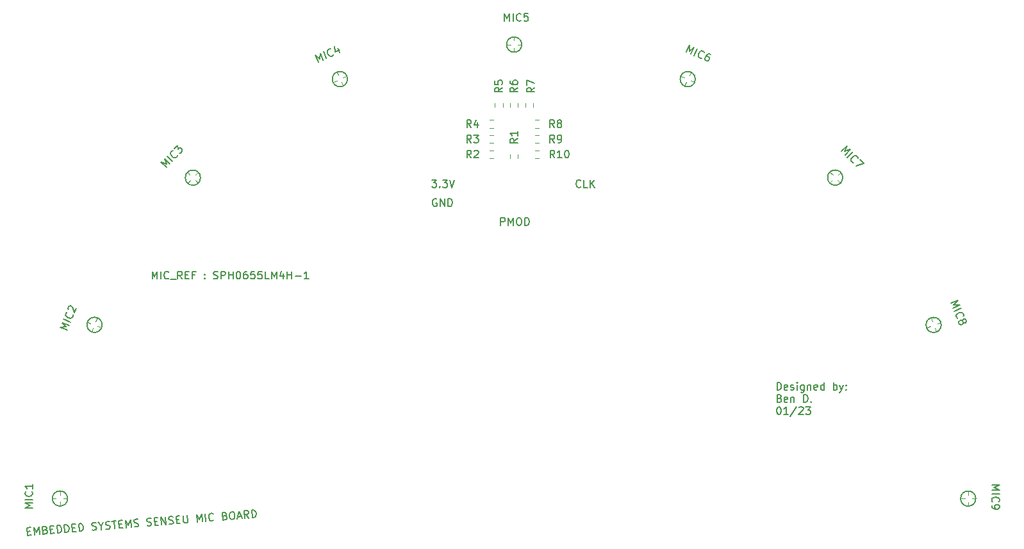
<source format=gbr>
%TF.GenerationSoftware,KiCad,Pcbnew,7.0.1*%
%TF.CreationDate,2023-05-12T16:10:07+02:00*%
%TF.ProjectId,SenseU_Microphoneboard,53656e73-6555-45f4-9d69-63726f70686f,rev?*%
%TF.SameCoordinates,Original*%
%TF.FileFunction,Legend,Top*%
%TF.FilePolarity,Positive*%
%FSLAX46Y46*%
G04 Gerber Fmt 4.6, Leading zero omitted, Abs format (unit mm)*
G04 Created by KiCad (PCBNEW 7.0.1) date 2023-05-12 16:10:07*
%MOMM*%
%LPD*%
G01*
G04 APERTURE LIST*
%ADD10C,0.150000*%
%ADD11C,0.120000*%
%ADD12C,0.200000*%
G04 APERTURE END LIST*
D10*
X108809523Y-78782380D02*
X108761904Y-78830000D01*
X108761904Y-78830000D02*
X108619047Y-78877619D01*
X108619047Y-78877619D02*
X108523809Y-78877619D01*
X108523809Y-78877619D02*
X108380952Y-78830000D01*
X108380952Y-78830000D02*
X108285714Y-78734761D01*
X108285714Y-78734761D02*
X108238095Y-78639523D01*
X108238095Y-78639523D02*
X108190476Y-78449047D01*
X108190476Y-78449047D02*
X108190476Y-78306190D01*
X108190476Y-78306190D02*
X108238095Y-78115714D01*
X108238095Y-78115714D02*
X108285714Y-78020476D01*
X108285714Y-78020476D02*
X108380952Y-77925238D01*
X108380952Y-77925238D02*
X108523809Y-77877619D01*
X108523809Y-77877619D02*
X108619047Y-77877619D01*
X108619047Y-77877619D02*
X108761904Y-77925238D01*
X108761904Y-77925238D02*
X108809523Y-77972857D01*
X109714285Y-78877619D02*
X109238095Y-78877619D01*
X109238095Y-78877619D02*
X109238095Y-77877619D01*
X110047619Y-78877619D02*
X110047619Y-77877619D01*
X110619047Y-78877619D02*
X110190476Y-78306190D01*
X110619047Y-77877619D02*
X110047619Y-78449047D01*
X89761904Y-80425238D02*
X89666666Y-80377619D01*
X89666666Y-80377619D02*
X89523809Y-80377619D01*
X89523809Y-80377619D02*
X89380952Y-80425238D01*
X89380952Y-80425238D02*
X89285714Y-80520476D01*
X89285714Y-80520476D02*
X89238095Y-80615714D01*
X89238095Y-80615714D02*
X89190476Y-80806190D01*
X89190476Y-80806190D02*
X89190476Y-80949047D01*
X89190476Y-80949047D02*
X89238095Y-81139523D01*
X89238095Y-81139523D02*
X89285714Y-81234761D01*
X89285714Y-81234761D02*
X89380952Y-81330000D01*
X89380952Y-81330000D02*
X89523809Y-81377619D01*
X89523809Y-81377619D02*
X89619047Y-81377619D01*
X89619047Y-81377619D02*
X89761904Y-81330000D01*
X89761904Y-81330000D02*
X89809523Y-81282380D01*
X89809523Y-81282380D02*
X89809523Y-80949047D01*
X89809523Y-80949047D02*
X89619047Y-80949047D01*
X90238095Y-81377619D02*
X90238095Y-80377619D01*
X90238095Y-80377619D02*
X90809523Y-81377619D01*
X90809523Y-81377619D02*
X90809523Y-80377619D01*
X91285714Y-81377619D02*
X91285714Y-80377619D01*
X91285714Y-80377619D02*
X91523809Y-80377619D01*
X91523809Y-80377619D02*
X91666666Y-80425238D01*
X91666666Y-80425238D02*
X91761904Y-80520476D01*
X91761904Y-80520476D02*
X91809523Y-80615714D01*
X91809523Y-80615714D02*
X91857142Y-80806190D01*
X91857142Y-80806190D02*
X91857142Y-80949047D01*
X91857142Y-80949047D02*
X91809523Y-81139523D01*
X91809523Y-81139523D02*
X91761904Y-81234761D01*
X91761904Y-81234761D02*
X91666666Y-81330000D01*
X91666666Y-81330000D02*
X91523809Y-81377619D01*
X91523809Y-81377619D02*
X91285714Y-81377619D01*
X89142857Y-77877619D02*
X89761904Y-77877619D01*
X89761904Y-77877619D02*
X89428571Y-78258571D01*
X89428571Y-78258571D02*
X89571428Y-78258571D01*
X89571428Y-78258571D02*
X89666666Y-78306190D01*
X89666666Y-78306190D02*
X89714285Y-78353809D01*
X89714285Y-78353809D02*
X89761904Y-78449047D01*
X89761904Y-78449047D02*
X89761904Y-78687142D01*
X89761904Y-78687142D02*
X89714285Y-78782380D01*
X89714285Y-78782380D02*
X89666666Y-78830000D01*
X89666666Y-78830000D02*
X89571428Y-78877619D01*
X89571428Y-78877619D02*
X89285714Y-78877619D01*
X89285714Y-78877619D02*
X89190476Y-78830000D01*
X89190476Y-78830000D02*
X89142857Y-78782380D01*
X90190476Y-78782380D02*
X90238095Y-78830000D01*
X90238095Y-78830000D02*
X90190476Y-78877619D01*
X90190476Y-78877619D02*
X90142857Y-78830000D01*
X90142857Y-78830000D02*
X90190476Y-78782380D01*
X90190476Y-78782380D02*
X90190476Y-78877619D01*
X90571428Y-77877619D02*
X91190475Y-77877619D01*
X91190475Y-77877619D02*
X90857142Y-78258571D01*
X90857142Y-78258571D02*
X90999999Y-78258571D01*
X90999999Y-78258571D02*
X91095237Y-78306190D01*
X91095237Y-78306190D02*
X91142856Y-78353809D01*
X91142856Y-78353809D02*
X91190475Y-78449047D01*
X91190475Y-78449047D02*
X91190475Y-78687142D01*
X91190475Y-78687142D02*
X91142856Y-78782380D01*
X91142856Y-78782380D02*
X91095237Y-78830000D01*
X91095237Y-78830000D02*
X90999999Y-78877619D01*
X90999999Y-78877619D02*
X90714285Y-78877619D01*
X90714285Y-78877619D02*
X90619047Y-78830000D01*
X90619047Y-78830000D02*
X90571428Y-78782380D01*
X91476190Y-77877619D02*
X91809523Y-78877619D01*
X91809523Y-78877619D02*
X92142856Y-77877619D01*
X52190476Y-90962619D02*
X52190476Y-89962619D01*
X52190476Y-89962619D02*
X52523809Y-90676904D01*
X52523809Y-90676904D02*
X52857142Y-89962619D01*
X52857142Y-89962619D02*
X52857142Y-90962619D01*
X53333333Y-90962619D02*
X53333333Y-89962619D01*
X54380951Y-90867380D02*
X54333332Y-90915000D01*
X54333332Y-90915000D02*
X54190475Y-90962619D01*
X54190475Y-90962619D02*
X54095237Y-90962619D01*
X54095237Y-90962619D02*
X53952380Y-90915000D01*
X53952380Y-90915000D02*
X53857142Y-90819761D01*
X53857142Y-90819761D02*
X53809523Y-90724523D01*
X53809523Y-90724523D02*
X53761904Y-90534047D01*
X53761904Y-90534047D02*
X53761904Y-90391190D01*
X53761904Y-90391190D02*
X53809523Y-90200714D01*
X53809523Y-90200714D02*
X53857142Y-90105476D01*
X53857142Y-90105476D02*
X53952380Y-90010238D01*
X53952380Y-90010238D02*
X54095237Y-89962619D01*
X54095237Y-89962619D02*
X54190475Y-89962619D01*
X54190475Y-89962619D02*
X54333332Y-90010238D01*
X54333332Y-90010238D02*
X54380951Y-90057857D01*
X54571428Y-91057857D02*
X55333332Y-91057857D01*
X56142856Y-90962619D02*
X55809523Y-90486428D01*
X55571428Y-90962619D02*
X55571428Y-89962619D01*
X55571428Y-89962619D02*
X55952380Y-89962619D01*
X55952380Y-89962619D02*
X56047618Y-90010238D01*
X56047618Y-90010238D02*
X56095237Y-90057857D01*
X56095237Y-90057857D02*
X56142856Y-90153095D01*
X56142856Y-90153095D02*
X56142856Y-90295952D01*
X56142856Y-90295952D02*
X56095237Y-90391190D01*
X56095237Y-90391190D02*
X56047618Y-90438809D01*
X56047618Y-90438809D02*
X55952380Y-90486428D01*
X55952380Y-90486428D02*
X55571428Y-90486428D01*
X56571428Y-90438809D02*
X56904761Y-90438809D01*
X57047618Y-90962619D02*
X56571428Y-90962619D01*
X56571428Y-90962619D02*
X56571428Y-89962619D01*
X56571428Y-89962619D02*
X57047618Y-89962619D01*
X57809523Y-90438809D02*
X57476190Y-90438809D01*
X57476190Y-90962619D02*
X57476190Y-89962619D01*
X57476190Y-89962619D02*
X57952380Y-89962619D01*
X59095238Y-90867380D02*
X59142857Y-90915000D01*
X59142857Y-90915000D02*
X59095238Y-90962619D01*
X59095238Y-90962619D02*
X59047619Y-90915000D01*
X59047619Y-90915000D02*
X59095238Y-90867380D01*
X59095238Y-90867380D02*
X59095238Y-90962619D01*
X59095238Y-90343571D02*
X59142857Y-90391190D01*
X59142857Y-90391190D02*
X59095238Y-90438809D01*
X59095238Y-90438809D02*
X59047619Y-90391190D01*
X59047619Y-90391190D02*
X59095238Y-90343571D01*
X59095238Y-90343571D02*
X59095238Y-90438809D01*
X60285714Y-90915000D02*
X60428571Y-90962619D01*
X60428571Y-90962619D02*
X60666666Y-90962619D01*
X60666666Y-90962619D02*
X60761904Y-90915000D01*
X60761904Y-90915000D02*
X60809523Y-90867380D01*
X60809523Y-90867380D02*
X60857142Y-90772142D01*
X60857142Y-90772142D02*
X60857142Y-90676904D01*
X60857142Y-90676904D02*
X60809523Y-90581666D01*
X60809523Y-90581666D02*
X60761904Y-90534047D01*
X60761904Y-90534047D02*
X60666666Y-90486428D01*
X60666666Y-90486428D02*
X60476190Y-90438809D01*
X60476190Y-90438809D02*
X60380952Y-90391190D01*
X60380952Y-90391190D02*
X60333333Y-90343571D01*
X60333333Y-90343571D02*
X60285714Y-90248333D01*
X60285714Y-90248333D02*
X60285714Y-90153095D01*
X60285714Y-90153095D02*
X60333333Y-90057857D01*
X60333333Y-90057857D02*
X60380952Y-90010238D01*
X60380952Y-90010238D02*
X60476190Y-89962619D01*
X60476190Y-89962619D02*
X60714285Y-89962619D01*
X60714285Y-89962619D02*
X60857142Y-90010238D01*
X61285714Y-90962619D02*
X61285714Y-89962619D01*
X61285714Y-89962619D02*
X61666666Y-89962619D01*
X61666666Y-89962619D02*
X61761904Y-90010238D01*
X61761904Y-90010238D02*
X61809523Y-90057857D01*
X61809523Y-90057857D02*
X61857142Y-90153095D01*
X61857142Y-90153095D02*
X61857142Y-90295952D01*
X61857142Y-90295952D02*
X61809523Y-90391190D01*
X61809523Y-90391190D02*
X61761904Y-90438809D01*
X61761904Y-90438809D02*
X61666666Y-90486428D01*
X61666666Y-90486428D02*
X61285714Y-90486428D01*
X62285714Y-90962619D02*
X62285714Y-89962619D01*
X62285714Y-90438809D02*
X62857142Y-90438809D01*
X62857142Y-90962619D02*
X62857142Y-89962619D01*
X63523809Y-89962619D02*
X63619047Y-89962619D01*
X63619047Y-89962619D02*
X63714285Y-90010238D01*
X63714285Y-90010238D02*
X63761904Y-90057857D01*
X63761904Y-90057857D02*
X63809523Y-90153095D01*
X63809523Y-90153095D02*
X63857142Y-90343571D01*
X63857142Y-90343571D02*
X63857142Y-90581666D01*
X63857142Y-90581666D02*
X63809523Y-90772142D01*
X63809523Y-90772142D02*
X63761904Y-90867380D01*
X63761904Y-90867380D02*
X63714285Y-90915000D01*
X63714285Y-90915000D02*
X63619047Y-90962619D01*
X63619047Y-90962619D02*
X63523809Y-90962619D01*
X63523809Y-90962619D02*
X63428571Y-90915000D01*
X63428571Y-90915000D02*
X63380952Y-90867380D01*
X63380952Y-90867380D02*
X63333333Y-90772142D01*
X63333333Y-90772142D02*
X63285714Y-90581666D01*
X63285714Y-90581666D02*
X63285714Y-90343571D01*
X63285714Y-90343571D02*
X63333333Y-90153095D01*
X63333333Y-90153095D02*
X63380952Y-90057857D01*
X63380952Y-90057857D02*
X63428571Y-90010238D01*
X63428571Y-90010238D02*
X63523809Y-89962619D01*
X64714285Y-89962619D02*
X64523809Y-89962619D01*
X64523809Y-89962619D02*
X64428571Y-90010238D01*
X64428571Y-90010238D02*
X64380952Y-90057857D01*
X64380952Y-90057857D02*
X64285714Y-90200714D01*
X64285714Y-90200714D02*
X64238095Y-90391190D01*
X64238095Y-90391190D02*
X64238095Y-90772142D01*
X64238095Y-90772142D02*
X64285714Y-90867380D01*
X64285714Y-90867380D02*
X64333333Y-90915000D01*
X64333333Y-90915000D02*
X64428571Y-90962619D01*
X64428571Y-90962619D02*
X64619047Y-90962619D01*
X64619047Y-90962619D02*
X64714285Y-90915000D01*
X64714285Y-90915000D02*
X64761904Y-90867380D01*
X64761904Y-90867380D02*
X64809523Y-90772142D01*
X64809523Y-90772142D02*
X64809523Y-90534047D01*
X64809523Y-90534047D02*
X64761904Y-90438809D01*
X64761904Y-90438809D02*
X64714285Y-90391190D01*
X64714285Y-90391190D02*
X64619047Y-90343571D01*
X64619047Y-90343571D02*
X64428571Y-90343571D01*
X64428571Y-90343571D02*
X64333333Y-90391190D01*
X64333333Y-90391190D02*
X64285714Y-90438809D01*
X64285714Y-90438809D02*
X64238095Y-90534047D01*
X65714285Y-89962619D02*
X65238095Y-89962619D01*
X65238095Y-89962619D02*
X65190476Y-90438809D01*
X65190476Y-90438809D02*
X65238095Y-90391190D01*
X65238095Y-90391190D02*
X65333333Y-90343571D01*
X65333333Y-90343571D02*
X65571428Y-90343571D01*
X65571428Y-90343571D02*
X65666666Y-90391190D01*
X65666666Y-90391190D02*
X65714285Y-90438809D01*
X65714285Y-90438809D02*
X65761904Y-90534047D01*
X65761904Y-90534047D02*
X65761904Y-90772142D01*
X65761904Y-90772142D02*
X65714285Y-90867380D01*
X65714285Y-90867380D02*
X65666666Y-90915000D01*
X65666666Y-90915000D02*
X65571428Y-90962619D01*
X65571428Y-90962619D02*
X65333333Y-90962619D01*
X65333333Y-90962619D02*
X65238095Y-90915000D01*
X65238095Y-90915000D02*
X65190476Y-90867380D01*
X66666666Y-89962619D02*
X66190476Y-89962619D01*
X66190476Y-89962619D02*
X66142857Y-90438809D01*
X66142857Y-90438809D02*
X66190476Y-90391190D01*
X66190476Y-90391190D02*
X66285714Y-90343571D01*
X66285714Y-90343571D02*
X66523809Y-90343571D01*
X66523809Y-90343571D02*
X66619047Y-90391190D01*
X66619047Y-90391190D02*
X66666666Y-90438809D01*
X66666666Y-90438809D02*
X66714285Y-90534047D01*
X66714285Y-90534047D02*
X66714285Y-90772142D01*
X66714285Y-90772142D02*
X66666666Y-90867380D01*
X66666666Y-90867380D02*
X66619047Y-90915000D01*
X66619047Y-90915000D02*
X66523809Y-90962619D01*
X66523809Y-90962619D02*
X66285714Y-90962619D01*
X66285714Y-90962619D02*
X66190476Y-90915000D01*
X66190476Y-90915000D02*
X66142857Y-90867380D01*
X67619047Y-90962619D02*
X67142857Y-90962619D01*
X67142857Y-90962619D02*
X67142857Y-89962619D01*
X67952381Y-90962619D02*
X67952381Y-89962619D01*
X67952381Y-89962619D02*
X68285714Y-90676904D01*
X68285714Y-90676904D02*
X68619047Y-89962619D01*
X68619047Y-89962619D02*
X68619047Y-90962619D01*
X69523809Y-90295952D02*
X69523809Y-90962619D01*
X69285714Y-89915000D02*
X69047619Y-90629285D01*
X69047619Y-90629285D02*
X69666666Y-90629285D01*
X70047619Y-90962619D02*
X70047619Y-89962619D01*
X70047619Y-90438809D02*
X70619047Y-90438809D01*
X70619047Y-90962619D02*
X70619047Y-89962619D01*
X71095238Y-90581666D02*
X71857143Y-90581666D01*
X72857142Y-90962619D02*
X72285714Y-90962619D01*
X72571428Y-90962619D02*
X72571428Y-89962619D01*
X72571428Y-89962619D02*
X72476190Y-90105476D01*
X72476190Y-90105476D02*
X72380952Y-90200714D01*
X72380952Y-90200714D02*
X72285714Y-90248333D01*
X157702853Y-94174690D02*
X158629625Y-93799064D01*
X158629625Y-93799064D02*
X158092854Y-94376292D01*
X158092854Y-94376292D02*
X158880042Y-94416912D01*
X158880042Y-94416912D02*
X157953271Y-94792538D01*
X158132140Y-95233857D02*
X159058911Y-94858231D01*
X158613917Y-96168986D02*
X158551898Y-96142741D01*
X158551898Y-96142741D02*
X158454105Y-96028232D01*
X158454105Y-96028232D02*
X158418331Y-95939968D01*
X158418331Y-95939968D02*
X158408802Y-95789685D01*
X158408802Y-95789685D02*
X158461292Y-95665647D01*
X158461292Y-95665647D02*
X158531669Y-95585742D01*
X158531669Y-95585742D02*
X158690310Y-95470062D01*
X158690310Y-95470062D02*
X158822706Y-95416401D01*
X158822706Y-95416401D02*
X159017121Y-95388985D01*
X159017121Y-95388985D02*
X159123272Y-95397343D01*
X159123272Y-95397343D02*
X159247310Y-95449833D01*
X159247310Y-95449833D02*
X159345102Y-95564342D01*
X159345102Y-95564342D02*
X159380876Y-95652606D01*
X159380876Y-95652606D02*
X159390405Y-95802889D01*
X159390405Y-95802889D02*
X159364160Y-95864908D01*
X159269880Y-96519700D02*
X159278238Y-96413549D01*
X159278238Y-96413549D02*
X159304483Y-96351531D01*
X159304483Y-96351531D02*
X159374860Y-96271625D01*
X159374860Y-96271625D02*
X159418992Y-96253738D01*
X159418992Y-96253738D02*
X159525143Y-96262096D01*
X159525143Y-96262096D02*
X159587162Y-96288341D01*
X159587162Y-96288341D02*
X159667067Y-96358718D01*
X159667067Y-96358718D02*
X159738615Y-96535246D01*
X159738615Y-96535246D02*
X159730257Y-96641397D01*
X159730257Y-96641397D02*
X159704012Y-96703415D01*
X159704012Y-96703415D02*
X159633635Y-96783321D01*
X159633635Y-96783321D02*
X159589503Y-96801208D01*
X159589503Y-96801208D02*
X159483352Y-96792850D01*
X159483352Y-96792850D02*
X159421333Y-96766605D01*
X159421333Y-96766605D02*
X159341427Y-96696228D01*
X159341427Y-96696228D02*
X159269880Y-96519700D01*
X159269880Y-96519700D02*
X159189974Y-96449323D01*
X159189974Y-96449323D02*
X159127955Y-96423078D01*
X159127955Y-96423078D02*
X159021804Y-96414720D01*
X159021804Y-96414720D02*
X158845276Y-96486268D01*
X158845276Y-96486268D02*
X158774899Y-96566174D01*
X158774899Y-96566174D02*
X158748654Y-96628193D01*
X158748654Y-96628193D02*
X158740296Y-96734344D01*
X158740296Y-96734344D02*
X158811844Y-96910872D01*
X158811844Y-96910872D02*
X158891750Y-96981249D01*
X158891750Y-96981249D02*
X158953769Y-97007494D01*
X158953769Y-97007494D02*
X159059919Y-97015852D01*
X159059919Y-97015852D02*
X159236447Y-96944304D01*
X159236447Y-96944304D02*
X159306824Y-96864398D01*
X159306824Y-96864398D02*
X159333069Y-96802379D01*
X159333069Y-96802379D02*
X159341427Y-96696228D01*
X143253615Y-74085705D02*
X143971438Y-73389479D01*
X143971438Y-73389479D02*
X143690783Y-74126057D01*
X143690783Y-74126057D02*
X144435589Y-73868027D01*
X144435589Y-73868027D02*
X143717766Y-74564253D01*
X144049302Y-74906073D02*
X144767125Y-74209847D01*
X144847046Y-75591770D02*
X144779710Y-75590742D01*
X144779710Y-75590742D02*
X144646067Y-75521350D01*
X144646067Y-75521350D02*
X144579760Y-75452985D01*
X144579760Y-75452985D02*
X144514481Y-75317286D01*
X144514481Y-75317286D02*
X144516538Y-75182614D01*
X144516538Y-75182614D02*
X144551748Y-75082125D01*
X144551748Y-75082125D02*
X144655323Y-74915329D01*
X144655323Y-74915329D02*
X144757869Y-74815868D01*
X144757869Y-74815868D02*
X144927751Y-74717435D01*
X144927751Y-74717435D02*
X145029268Y-74685310D01*
X145029268Y-74685310D02*
X145163940Y-74687367D01*
X145163940Y-74687367D02*
X145297582Y-74756759D01*
X145297582Y-74756759D02*
X145363890Y-74825123D01*
X145363890Y-74825123D02*
X145429169Y-74960823D01*
X145429169Y-74960823D02*
X145428140Y-75028159D01*
X145728580Y-75201126D02*
X146192730Y-75679674D01*
X146192730Y-75679674D02*
X145176525Y-76068262D01*
X163122380Y-118238095D02*
X164122380Y-118238095D01*
X164122380Y-118238095D02*
X163408095Y-118571428D01*
X163408095Y-118571428D02*
X164122380Y-118904761D01*
X164122380Y-118904761D02*
X163122380Y-118904761D01*
X163122380Y-119380952D02*
X164122380Y-119380952D01*
X163217619Y-120428570D02*
X163170000Y-120380951D01*
X163170000Y-120380951D02*
X163122380Y-120238094D01*
X163122380Y-120238094D02*
X163122380Y-120142856D01*
X163122380Y-120142856D02*
X163170000Y-119999999D01*
X163170000Y-119999999D02*
X163265238Y-119904761D01*
X163265238Y-119904761D02*
X163360476Y-119857142D01*
X163360476Y-119857142D02*
X163550952Y-119809523D01*
X163550952Y-119809523D02*
X163693809Y-119809523D01*
X163693809Y-119809523D02*
X163884285Y-119857142D01*
X163884285Y-119857142D02*
X163979523Y-119904761D01*
X163979523Y-119904761D02*
X164074761Y-119999999D01*
X164074761Y-119999999D02*
X164122380Y-120142856D01*
X164122380Y-120142856D02*
X164122380Y-120238094D01*
X164122380Y-120238094D02*
X164074761Y-120380951D01*
X164074761Y-120380951D02*
X164027142Y-120428570D01*
X163122380Y-120904761D02*
X163122380Y-121095237D01*
X163122380Y-121095237D02*
X163170000Y-121190475D01*
X163170000Y-121190475D02*
X163217619Y-121238094D01*
X163217619Y-121238094D02*
X163360476Y-121333332D01*
X163360476Y-121333332D02*
X163550952Y-121380951D01*
X163550952Y-121380951D02*
X163931904Y-121380951D01*
X163931904Y-121380951D02*
X164027142Y-121333332D01*
X164027142Y-121333332D02*
X164074761Y-121285713D01*
X164074761Y-121285713D02*
X164122380Y-121190475D01*
X164122380Y-121190475D02*
X164122380Y-120999999D01*
X164122380Y-120999999D02*
X164074761Y-120904761D01*
X164074761Y-120904761D02*
X164027142Y-120857142D01*
X164027142Y-120857142D02*
X163931904Y-120809523D01*
X163931904Y-120809523D02*
X163693809Y-120809523D01*
X163693809Y-120809523D02*
X163598571Y-120857142D01*
X163598571Y-120857142D02*
X163550952Y-120904761D01*
X163550952Y-120904761D02*
X163503333Y-120999999D01*
X163503333Y-120999999D02*
X163503333Y-121190475D01*
X163503333Y-121190475D02*
X163550952Y-121285713D01*
X163550952Y-121285713D02*
X163598571Y-121333332D01*
X163598571Y-121333332D02*
X163693809Y-121380951D01*
X122767237Y-60984173D02*
X123171006Y-60069312D01*
X123171006Y-60069312D02*
X123187553Y-60857374D01*
X123187553Y-60857374D02*
X123780913Y-60338492D01*
X123780913Y-60338492D02*
X123377145Y-61253353D01*
X123812793Y-61445623D02*
X124216561Y-60530762D01*
X124809672Y-61781490D02*
X124746880Y-61805827D01*
X124746880Y-61805827D02*
X124596959Y-61791711D01*
X124596959Y-61791711D02*
X124509829Y-61753257D01*
X124509829Y-61753257D02*
X124398362Y-61652011D01*
X124398362Y-61652011D02*
X124349686Y-61526427D01*
X124349686Y-61526427D02*
X124344576Y-61420070D01*
X124344576Y-61420070D02*
X124377919Y-61226584D01*
X124377919Y-61226584D02*
X124435600Y-61095889D01*
X124435600Y-61095889D02*
X124556074Y-60940857D01*
X124556074Y-60940857D02*
X124638093Y-60872955D01*
X124638093Y-60872955D02*
X124763676Y-60824279D01*
X124763676Y-60824279D02*
X124913598Y-60838396D01*
X124913598Y-60838396D02*
X125000728Y-60876850D01*
X125000728Y-60876850D02*
X125112195Y-60978096D01*
X125112195Y-60978096D02*
X125136533Y-61040888D01*
X125959153Y-61299846D02*
X125784894Y-61222937D01*
X125784894Y-61222937D02*
X125678537Y-61228048D01*
X125678537Y-61228048D02*
X125615746Y-61252386D01*
X125615746Y-61252386D02*
X125470935Y-61344626D01*
X125470935Y-61344626D02*
X125350461Y-61499658D01*
X125350461Y-61499658D02*
X125196645Y-61848177D01*
X125196645Y-61848177D02*
X125201755Y-61954533D01*
X125201755Y-61954533D02*
X125226093Y-62017325D01*
X125226093Y-62017325D02*
X125293996Y-62099344D01*
X125293996Y-62099344D02*
X125468255Y-62176253D01*
X125468255Y-62176253D02*
X125574612Y-62171142D01*
X125574612Y-62171142D02*
X125637404Y-62146804D01*
X125637404Y-62146804D02*
X125719423Y-62078902D01*
X125719423Y-62078902D02*
X125815558Y-61861078D01*
X125815558Y-61861078D02*
X125810447Y-61754721D01*
X125810447Y-61754721D02*
X125786110Y-61691929D01*
X125786110Y-61691929D02*
X125718207Y-61609910D01*
X125718207Y-61609910D02*
X125543948Y-61533002D01*
X125543948Y-61533002D02*
X125437591Y-61538112D01*
X125437591Y-61538112D02*
X125374799Y-61562450D01*
X125374799Y-61562450D02*
X125292780Y-61630353D01*
X98738095Y-56877619D02*
X98738095Y-55877619D01*
X98738095Y-55877619D02*
X99071428Y-56591904D01*
X99071428Y-56591904D02*
X99404761Y-55877619D01*
X99404761Y-55877619D02*
X99404761Y-56877619D01*
X99880952Y-56877619D02*
X99880952Y-55877619D01*
X100928570Y-56782380D02*
X100880951Y-56830000D01*
X100880951Y-56830000D02*
X100738094Y-56877619D01*
X100738094Y-56877619D02*
X100642856Y-56877619D01*
X100642856Y-56877619D02*
X100499999Y-56830000D01*
X100499999Y-56830000D02*
X100404761Y-56734761D01*
X100404761Y-56734761D02*
X100357142Y-56639523D01*
X100357142Y-56639523D02*
X100309523Y-56449047D01*
X100309523Y-56449047D02*
X100309523Y-56306190D01*
X100309523Y-56306190D02*
X100357142Y-56115714D01*
X100357142Y-56115714D02*
X100404761Y-56020476D01*
X100404761Y-56020476D02*
X100499999Y-55925238D01*
X100499999Y-55925238D02*
X100642856Y-55877619D01*
X100642856Y-55877619D02*
X100738094Y-55877619D01*
X100738094Y-55877619D02*
X100880951Y-55925238D01*
X100880951Y-55925238D02*
X100928570Y-55972857D01*
X101833332Y-55877619D02*
X101357142Y-55877619D01*
X101357142Y-55877619D02*
X101309523Y-56353809D01*
X101309523Y-56353809D02*
X101357142Y-56306190D01*
X101357142Y-56306190D02*
X101452380Y-56258571D01*
X101452380Y-56258571D02*
X101690475Y-56258571D01*
X101690475Y-56258571D02*
X101785713Y-56306190D01*
X101785713Y-56306190D02*
X101833332Y-56353809D01*
X101833332Y-56353809D02*
X101880951Y-56449047D01*
X101880951Y-56449047D02*
X101880951Y-56687142D01*
X101880951Y-56687142D02*
X101833332Y-56782380D01*
X101833332Y-56782380D02*
X101785713Y-56830000D01*
X101785713Y-56830000D02*
X101690475Y-56877619D01*
X101690475Y-56877619D02*
X101452380Y-56877619D01*
X101452380Y-56877619D02*
X101357142Y-56830000D01*
X101357142Y-56830000D02*
X101309523Y-56782380D01*
X54077920Y-76243885D02*
X53360097Y-75547658D01*
X53360097Y-75547658D02*
X54104903Y-75805689D01*
X54104903Y-75805689D02*
X53824248Y-75069110D01*
X53824248Y-75069110D02*
X54542071Y-75765336D01*
X54873607Y-75423516D02*
X54155784Y-74727290D01*
X55534622Y-74605204D02*
X55535650Y-74672540D01*
X55535650Y-74672540D02*
X55470372Y-74808240D01*
X55470372Y-74808240D02*
X55404064Y-74876604D01*
X55404064Y-74876604D02*
X55270421Y-74945996D01*
X55270421Y-74945996D02*
X55135750Y-74948053D01*
X55135750Y-74948053D02*
X55034232Y-74915928D01*
X55034232Y-74915928D02*
X54864351Y-74817495D01*
X54864351Y-74817495D02*
X54761805Y-74718035D01*
X54761805Y-74718035D02*
X54658230Y-74551238D01*
X54658230Y-74551238D02*
X54623020Y-74450749D01*
X54623020Y-74450749D02*
X54620963Y-74316078D01*
X54620963Y-74316078D02*
X54686242Y-74180378D01*
X54686242Y-74180378D02*
X54752549Y-74112014D01*
X54752549Y-74112014D02*
X54886192Y-74042621D01*
X54886192Y-74042621D02*
X54953527Y-74041593D01*
X55117239Y-73736011D02*
X55548236Y-73291645D01*
X55548236Y-73291645D02*
X55589617Y-73796148D01*
X55589617Y-73796148D02*
X55689078Y-73693602D01*
X55689078Y-73693602D02*
X55789567Y-73658392D01*
X55789567Y-73658392D02*
X55856903Y-73657363D01*
X55856903Y-73657363D02*
X55958420Y-73689489D01*
X55958420Y-73689489D02*
X56129330Y-73855257D01*
X56129330Y-73855257D02*
X56164541Y-73955746D01*
X56164541Y-73955746D02*
X56165569Y-74023082D01*
X56165569Y-74023082D02*
X56133444Y-74124599D01*
X56133444Y-74124599D02*
X55934522Y-74329691D01*
X55934522Y-74329691D02*
X55834033Y-74364902D01*
X55834033Y-74364902D02*
X55766697Y-74365930D01*
X40976015Y-97733370D02*
X40049244Y-97357744D01*
X40049244Y-97357744D02*
X40836432Y-97317125D01*
X40836432Y-97317125D02*
X40299661Y-96739897D01*
X40299661Y-96739897D02*
X41226432Y-97115523D01*
X41405302Y-96674203D02*
X40478530Y-96298577D01*
X41710550Y-95667526D02*
X41736795Y-95729545D01*
X41736795Y-95729545D02*
X41727267Y-95879828D01*
X41727267Y-95879828D02*
X41691493Y-95968092D01*
X41691493Y-95968092D02*
X41593700Y-96082601D01*
X41593700Y-96082601D02*
X41469662Y-96135091D01*
X41469662Y-96135091D02*
X41363511Y-96143449D01*
X41363511Y-96143449D02*
X41169096Y-96116033D01*
X41169096Y-96116033D02*
X41036700Y-96062372D01*
X41036700Y-96062372D02*
X40878059Y-95946693D01*
X40878059Y-95946693D02*
X40807682Y-95866787D01*
X40807682Y-95866787D02*
X40755192Y-95742749D01*
X40755192Y-95742749D02*
X40764721Y-95592466D01*
X40764721Y-95592466D02*
X40800495Y-95504202D01*
X40800495Y-95504202D02*
X40898288Y-95389693D01*
X40898288Y-95389693D02*
X40960307Y-95363448D01*
X41103402Y-95010392D02*
X41077157Y-94948373D01*
X41077157Y-94948373D02*
X41068799Y-94842223D01*
X41068799Y-94842223D02*
X41158234Y-94621563D01*
X41158234Y-94621563D02*
X41238140Y-94551186D01*
X41238140Y-94551186D02*
X41300159Y-94524941D01*
X41300159Y-94524941D02*
X41406310Y-94516583D01*
X41406310Y-94516583D02*
X41494574Y-94552356D01*
X41494574Y-94552356D02*
X41609083Y-94650149D01*
X41609083Y-94650149D02*
X41924023Y-95394376D01*
X41924023Y-95394376D02*
X42156553Y-94820661D01*
X74168410Y-62291902D02*
X73764641Y-61377041D01*
X73764641Y-61377041D02*
X74358001Y-61895924D01*
X74358001Y-61895924D02*
X74374548Y-61107862D01*
X74374548Y-61107862D02*
X74778317Y-62022723D01*
X75213965Y-61830452D02*
X74810196Y-60915591D01*
X76133937Y-61320327D02*
X76109599Y-61383119D01*
X76109599Y-61383119D02*
X75998131Y-61484365D01*
X75998131Y-61484365D02*
X75911002Y-61522819D01*
X75911002Y-61522819D02*
X75761080Y-61536936D01*
X75761080Y-61536936D02*
X75635497Y-61488260D01*
X75635497Y-61488260D02*
X75553478Y-61420358D01*
X75553478Y-61420358D02*
X75433004Y-61265326D01*
X75433004Y-61265326D02*
X75375323Y-61134631D01*
X75375323Y-61134631D02*
X75341980Y-60941145D01*
X75341980Y-60941145D02*
X75347090Y-60834788D01*
X75347090Y-60834788D02*
X75395766Y-60709204D01*
X75395766Y-60709204D02*
X75507233Y-60607958D01*
X75507233Y-60607958D02*
X75594363Y-60569504D01*
X75594363Y-60569504D02*
X75744284Y-60555388D01*
X75744284Y-60555388D02*
X75807076Y-60579725D01*
X76687378Y-60451462D02*
X76956557Y-61061369D01*
X76315737Y-60199079D02*
X76386320Y-60948686D01*
X76386320Y-60948686D02*
X76952662Y-60698734D01*
X36377619Y-121261904D02*
X35377619Y-121261904D01*
X35377619Y-121261904D02*
X36091904Y-120928571D01*
X36091904Y-120928571D02*
X35377619Y-120595238D01*
X35377619Y-120595238D02*
X36377619Y-120595238D01*
X36377619Y-120119047D02*
X35377619Y-120119047D01*
X36282380Y-119071429D02*
X36330000Y-119119048D01*
X36330000Y-119119048D02*
X36377619Y-119261905D01*
X36377619Y-119261905D02*
X36377619Y-119357143D01*
X36377619Y-119357143D02*
X36330000Y-119500000D01*
X36330000Y-119500000D02*
X36234761Y-119595238D01*
X36234761Y-119595238D02*
X36139523Y-119642857D01*
X36139523Y-119642857D02*
X35949047Y-119690476D01*
X35949047Y-119690476D02*
X35806190Y-119690476D01*
X35806190Y-119690476D02*
X35615714Y-119642857D01*
X35615714Y-119642857D02*
X35520476Y-119595238D01*
X35520476Y-119595238D02*
X35425238Y-119500000D01*
X35425238Y-119500000D02*
X35377619Y-119357143D01*
X35377619Y-119357143D02*
X35377619Y-119261905D01*
X35377619Y-119261905D02*
X35425238Y-119119048D01*
X35425238Y-119119048D02*
X35472857Y-119071429D01*
X36377619Y-118119048D02*
X36377619Y-118690476D01*
X36377619Y-118404762D02*
X35377619Y-118404762D01*
X35377619Y-118404762D02*
X35520476Y-118500000D01*
X35520476Y-118500000D02*
X35615714Y-118595238D01*
X35615714Y-118595238D02*
X35663333Y-118690476D01*
X134738095Y-105637619D02*
X134738095Y-104637619D01*
X134738095Y-104637619D02*
X134976190Y-104637619D01*
X134976190Y-104637619D02*
X135119047Y-104685238D01*
X135119047Y-104685238D02*
X135214285Y-104780476D01*
X135214285Y-104780476D02*
X135261904Y-104875714D01*
X135261904Y-104875714D02*
X135309523Y-105066190D01*
X135309523Y-105066190D02*
X135309523Y-105209047D01*
X135309523Y-105209047D02*
X135261904Y-105399523D01*
X135261904Y-105399523D02*
X135214285Y-105494761D01*
X135214285Y-105494761D02*
X135119047Y-105590000D01*
X135119047Y-105590000D02*
X134976190Y-105637619D01*
X134976190Y-105637619D02*
X134738095Y-105637619D01*
X136119047Y-105590000D02*
X136023809Y-105637619D01*
X136023809Y-105637619D02*
X135833333Y-105637619D01*
X135833333Y-105637619D02*
X135738095Y-105590000D01*
X135738095Y-105590000D02*
X135690476Y-105494761D01*
X135690476Y-105494761D02*
X135690476Y-105113809D01*
X135690476Y-105113809D02*
X135738095Y-105018571D01*
X135738095Y-105018571D02*
X135833333Y-104970952D01*
X135833333Y-104970952D02*
X136023809Y-104970952D01*
X136023809Y-104970952D02*
X136119047Y-105018571D01*
X136119047Y-105018571D02*
X136166666Y-105113809D01*
X136166666Y-105113809D02*
X136166666Y-105209047D01*
X136166666Y-105209047D02*
X135690476Y-105304285D01*
X136547619Y-105590000D02*
X136642857Y-105637619D01*
X136642857Y-105637619D02*
X136833333Y-105637619D01*
X136833333Y-105637619D02*
X136928571Y-105590000D01*
X136928571Y-105590000D02*
X136976190Y-105494761D01*
X136976190Y-105494761D02*
X136976190Y-105447142D01*
X136976190Y-105447142D02*
X136928571Y-105351904D01*
X136928571Y-105351904D02*
X136833333Y-105304285D01*
X136833333Y-105304285D02*
X136690476Y-105304285D01*
X136690476Y-105304285D02*
X136595238Y-105256666D01*
X136595238Y-105256666D02*
X136547619Y-105161428D01*
X136547619Y-105161428D02*
X136547619Y-105113809D01*
X136547619Y-105113809D02*
X136595238Y-105018571D01*
X136595238Y-105018571D02*
X136690476Y-104970952D01*
X136690476Y-104970952D02*
X136833333Y-104970952D01*
X136833333Y-104970952D02*
X136928571Y-105018571D01*
X137404762Y-105637619D02*
X137404762Y-104970952D01*
X137404762Y-104637619D02*
X137357143Y-104685238D01*
X137357143Y-104685238D02*
X137404762Y-104732857D01*
X137404762Y-104732857D02*
X137452381Y-104685238D01*
X137452381Y-104685238D02*
X137404762Y-104637619D01*
X137404762Y-104637619D02*
X137404762Y-104732857D01*
X138309523Y-104970952D02*
X138309523Y-105780476D01*
X138309523Y-105780476D02*
X138261904Y-105875714D01*
X138261904Y-105875714D02*
X138214285Y-105923333D01*
X138214285Y-105923333D02*
X138119047Y-105970952D01*
X138119047Y-105970952D02*
X137976190Y-105970952D01*
X137976190Y-105970952D02*
X137880952Y-105923333D01*
X138309523Y-105590000D02*
X138214285Y-105637619D01*
X138214285Y-105637619D02*
X138023809Y-105637619D01*
X138023809Y-105637619D02*
X137928571Y-105590000D01*
X137928571Y-105590000D02*
X137880952Y-105542380D01*
X137880952Y-105542380D02*
X137833333Y-105447142D01*
X137833333Y-105447142D02*
X137833333Y-105161428D01*
X137833333Y-105161428D02*
X137880952Y-105066190D01*
X137880952Y-105066190D02*
X137928571Y-105018571D01*
X137928571Y-105018571D02*
X138023809Y-104970952D01*
X138023809Y-104970952D02*
X138214285Y-104970952D01*
X138214285Y-104970952D02*
X138309523Y-105018571D01*
X138785714Y-104970952D02*
X138785714Y-105637619D01*
X138785714Y-105066190D02*
X138833333Y-105018571D01*
X138833333Y-105018571D02*
X138928571Y-104970952D01*
X138928571Y-104970952D02*
X139071428Y-104970952D01*
X139071428Y-104970952D02*
X139166666Y-105018571D01*
X139166666Y-105018571D02*
X139214285Y-105113809D01*
X139214285Y-105113809D02*
X139214285Y-105637619D01*
X140071428Y-105590000D02*
X139976190Y-105637619D01*
X139976190Y-105637619D02*
X139785714Y-105637619D01*
X139785714Y-105637619D02*
X139690476Y-105590000D01*
X139690476Y-105590000D02*
X139642857Y-105494761D01*
X139642857Y-105494761D02*
X139642857Y-105113809D01*
X139642857Y-105113809D02*
X139690476Y-105018571D01*
X139690476Y-105018571D02*
X139785714Y-104970952D01*
X139785714Y-104970952D02*
X139976190Y-104970952D01*
X139976190Y-104970952D02*
X140071428Y-105018571D01*
X140071428Y-105018571D02*
X140119047Y-105113809D01*
X140119047Y-105113809D02*
X140119047Y-105209047D01*
X140119047Y-105209047D02*
X139642857Y-105304285D01*
X140976190Y-105637619D02*
X140976190Y-104637619D01*
X140976190Y-105590000D02*
X140880952Y-105637619D01*
X140880952Y-105637619D02*
X140690476Y-105637619D01*
X140690476Y-105637619D02*
X140595238Y-105590000D01*
X140595238Y-105590000D02*
X140547619Y-105542380D01*
X140547619Y-105542380D02*
X140500000Y-105447142D01*
X140500000Y-105447142D02*
X140500000Y-105161428D01*
X140500000Y-105161428D02*
X140547619Y-105066190D01*
X140547619Y-105066190D02*
X140595238Y-105018571D01*
X140595238Y-105018571D02*
X140690476Y-104970952D01*
X140690476Y-104970952D02*
X140880952Y-104970952D01*
X140880952Y-104970952D02*
X140976190Y-105018571D01*
X142214286Y-105637619D02*
X142214286Y-104637619D01*
X142214286Y-105018571D02*
X142309524Y-104970952D01*
X142309524Y-104970952D02*
X142500000Y-104970952D01*
X142500000Y-104970952D02*
X142595238Y-105018571D01*
X142595238Y-105018571D02*
X142642857Y-105066190D01*
X142642857Y-105066190D02*
X142690476Y-105161428D01*
X142690476Y-105161428D02*
X142690476Y-105447142D01*
X142690476Y-105447142D02*
X142642857Y-105542380D01*
X142642857Y-105542380D02*
X142595238Y-105590000D01*
X142595238Y-105590000D02*
X142500000Y-105637619D01*
X142500000Y-105637619D02*
X142309524Y-105637619D01*
X142309524Y-105637619D02*
X142214286Y-105590000D01*
X143023810Y-104970952D02*
X143261905Y-105637619D01*
X143500000Y-104970952D02*
X143261905Y-105637619D01*
X143261905Y-105637619D02*
X143166667Y-105875714D01*
X143166667Y-105875714D02*
X143119048Y-105923333D01*
X143119048Y-105923333D02*
X143023810Y-105970952D01*
X143880953Y-105542380D02*
X143928572Y-105590000D01*
X143928572Y-105590000D02*
X143880953Y-105637619D01*
X143880953Y-105637619D02*
X143833334Y-105590000D01*
X143833334Y-105590000D02*
X143880953Y-105542380D01*
X143880953Y-105542380D02*
X143880953Y-105637619D01*
X143880953Y-105018571D02*
X143928572Y-105066190D01*
X143928572Y-105066190D02*
X143880953Y-105113809D01*
X143880953Y-105113809D02*
X143833334Y-105066190D01*
X143833334Y-105066190D02*
X143880953Y-105018571D01*
X143880953Y-105018571D02*
X143880953Y-105113809D01*
X135071428Y-106733809D02*
X135214285Y-106781428D01*
X135214285Y-106781428D02*
X135261904Y-106829047D01*
X135261904Y-106829047D02*
X135309523Y-106924285D01*
X135309523Y-106924285D02*
X135309523Y-107067142D01*
X135309523Y-107067142D02*
X135261904Y-107162380D01*
X135261904Y-107162380D02*
X135214285Y-107210000D01*
X135214285Y-107210000D02*
X135119047Y-107257619D01*
X135119047Y-107257619D02*
X134738095Y-107257619D01*
X134738095Y-107257619D02*
X134738095Y-106257619D01*
X134738095Y-106257619D02*
X135071428Y-106257619D01*
X135071428Y-106257619D02*
X135166666Y-106305238D01*
X135166666Y-106305238D02*
X135214285Y-106352857D01*
X135214285Y-106352857D02*
X135261904Y-106448095D01*
X135261904Y-106448095D02*
X135261904Y-106543333D01*
X135261904Y-106543333D02*
X135214285Y-106638571D01*
X135214285Y-106638571D02*
X135166666Y-106686190D01*
X135166666Y-106686190D02*
X135071428Y-106733809D01*
X135071428Y-106733809D02*
X134738095Y-106733809D01*
X136119047Y-107210000D02*
X136023809Y-107257619D01*
X136023809Y-107257619D02*
X135833333Y-107257619D01*
X135833333Y-107257619D02*
X135738095Y-107210000D01*
X135738095Y-107210000D02*
X135690476Y-107114761D01*
X135690476Y-107114761D02*
X135690476Y-106733809D01*
X135690476Y-106733809D02*
X135738095Y-106638571D01*
X135738095Y-106638571D02*
X135833333Y-106590952D01*
X135833333Y-106590952D02*
X136023809Y-106590952D01*
X136023809Y-106590952D02*
X136119047Y-106638571D01*
X136119047Y-106638571D02*
X136166666Y-106733809D01*
X136166666Y-106733809D02*
X136166666Y-106829047D01*
X136166666Y-106829047D02*
X135690476Y-106924285D01*
X136595238Y-106590952D02*
X136595238Y-107257619D01*
X136595238Y-106686190D02*
X136642857Y-106638571D01*
X136642857Y-106638571D02*
X136738095Y-106590952D01*
X136738095Y-106590952D02*
X136880952Y-106590952D01*
X136880952Y-106590952D02*
X136976190Y-106638571D01*
X136976190Y-106638571D02*
X137023809Y-106733809D01*
X137023809Y-106733809D02*
X137023809Y-107257619D01*
X138261905Y-107257619D02*
X138261905Y-106257619D01*
X138261905Y-106257619D02*
X138500000Y-106257619D01*
X138500000Y-106257619D02*
X138642857Y-106305238D01*
X138642857Y-106305238D02*
X138738095Y-106400476D01*
X138738095Y-106400476D02*
X138785714Y-106495714D01*
X138785714Y-106495714D02*
X138833333Y-106686190D01*
X138833333Y-106686190D02*
X138833333Y-106829047D01*
X138833333Y-106829047D02*
X138785714Y-107019523D01*
X138785714Y-107019523D02*
X138738095Y-107114761D01*
X138738095Y-107114761D02*
X138642857Y-107210000D01*
X138642857Y-107210000D02*
X138500000Y-107257619D01*
X138500000Y-107257619D02*
X138261905Y-107257619D01*
X139261905Y-107162380D02*
X139309524Y-107210000D01*
X139309524Y-107210000D02*
X139261905Y-107257619D01*
X139261905Y-107257619D02*
X139214286Y-107210000D01*
X139214286Y-107210000D02*
X139261905Y-107162380D01*
X139261905Y-107162380D02*
X139261905Y-107257619D01*
X134928571Y-107877619D02*
X135023809Y-107877619D01*
X135023809Y-107877619D02*
X135119047Y-107925238D01*
X135119047Y-107925238D02*
X135166666Y-107972857D01*
X135166666Y-107972857D02*
X135214285Y-108068095D01*
X135214285Y-108068095D02*
X135261904Y-108258571D01*
X135261904Y-108258571D02*
X135261904Y-108496666D01*
X135261904Y-108496666D02*
X135214285Y-108687142D01*
X135214285Y-108687142D02*
X135166666Y-108782380D01*
X135166666Y-108782380D02*
X135119047Y-108830000D01*
X135119047Y-108830000D02*
X135023809Y-108877619D01*
X135023809Y-108877619D02*
X134928571Y-108877619D01*
X134928571Y-108877619D02*
X134833333Y-108830000D01*
X134833333Y-108830000D02*
X134785714Y-108782380D01*
X134785714Y-108782380D02*
X134738095Y-108687142D01*
X134738095Y-108687142D02*
X134690476Y-108496666D01*
X134690476Y-108496666D02*
X134690476Y-108258571D01*
X134690476Y-108258571D02*
X134738095Y-108068095D01*
X134738095Y-108068095D02*
X134785714Y-107972857D01*
X134785714Y-107972857D02*
X134833333Y-107925238D01*
X134833333Y-107925238D02*
X134928571Y-107877619D01*
X136214285Y-108877619D02*
X135642857Y-108877619D01*
X135928571Y-108877619D02*
X135928571Y-107877619D01*
X135928571Y-107877619D02*
X135833333Y-108020476D01*
X135833333Y-108020476D02*
X135738095Y-108115714D01*
X135738095Y-108115714D02*
X135642857Y-108163333D01*
X137357142Y-107830000D02*
X136500000Y-109115714D01*
X137642857Y-107972857D02*
X137690476Y-107925238D01*
X137690476Y-107925238D02*
X137785714Y-107877619D01*
X137785714Y-107877619D02*
X138023809Y-107877619D01*
X138023809Y-107877619D02*
X138119047Y-107925238D01*
X138119047Y-107925238D02*
X138166666Y-107972857D01*
X138166666Y-107972857D02*
X138214285Y-108068095D01*
X138214285Y-108068095D02*
X138214285Y-108163333D01*
X138214285Y-108163333D02*
X138166666Y-108306190D01*
X138166666Y-108306190D02*
X137595238Y-108877619D01*
X137595238Y-108877619D02*
X138214285Y-108877619D01*
X138547619Y-107877619D02*
X139166666Y-107877619D01*
X139166666Y-107877619D02*
X138833333Y-108258571D01*
X138833333Y-108258571D02*
X138976190Y-108258571D01*
X138976190Y-108258571D02*
X139071428Y-108306190D01*
X139071428Y-108306190D02*
X139119047Y-108353809D01*
X139119047Y-108353809D02*
X139166666Y-108449047D01*
X139166666Y-108449047D02*
X139166666Y-108687142D01*
X139166666Y-108687142D02*
X139119047Y-108782380D01*
X139119047Y-108782380D02*
X139071428Y-108830000D01*
X139071428Y-108830000D02*
X138976190Y-108877619D01*
X138976190Y-108877619D02*
X138690476Y-108877619D01*
X138690476Y-108877619D02*
X138595238Y-108830000D01*
X138595238Y-108830000D02*
X138547619Y-108782380D01*
X35686661Y-124337120D02*
X36018967Y-124310967D01*
X36202481Y-124821954D02*
X35727759Y-124859315D01*
X35727759Y-124859315D02*
X35649300Y-123862398D01*
X35649300Y-123862398D02*
X36124022Y-123825036D01*
X36629732Y-124788328D02*
X36551273Y-123791411D01*
X36551273Y-123791411D02*
X36939621Y-124477342D01*
X36939621Y-124477342D02*
X37215884Y-123739105D01*
X37215884Y-123739105D02*
X37294343Y-124736022D01*
X38060274Y-124150313D02*
X38206427Y-124186577D01*
X38206427Y-124186577D02*
X38257635Y-124230313D01*
X38257635Y-124230313D02*
X38312580Y-124321521D01*
X38312580Y-124321521D02*
X38323788Y-124463938D01*
X38323788Y-124463938D02*
X38283788Y-124562619D01*
X38283788Y-124562619D02*
X38240052Y-124613827D01*
X38240052Y-124613827D02*
X38148844Y-124668772D01*
X38148844Y-124668772D02*
X37769066Y-124698661D01*
X37769066Y-124698661D02*
X37690607Y-123701743D01*
X37690607Y-123701743D02*
X38022912Y-123675590D01*
X38022912Y-123675590D02*
X38121593Y-123715590D01*
X38121593Y-123715590D02*
X38172801Y-123759326D01*
X38172801Y-123759326D02*
X38227746Y-123850535D01*
X38227746Y-123850535D02*
X38235218Y-123945479D01*
X38235218Y-123945479D02*
X38195218Y-124044160D01*
X38195218Y-124044160D02*
X38151482Y-124095368D01*
X38151482Y-124095368D02*
X38060274Y-124150313D01*
X38060274Y-124150313D02*
X37727968Y-124176466D01*
X38724885Y-124098007D02*
X39057191Y-124071854D01*
X39240706Y-124582840D02*
X38765983Y-124620202D01*
X38765983Y-124620202D02*
X38687524Y-123623284D01*
X38687524Y-123623284D02*
X39162247Y-123585923D01*
X39667956Y-124549215D02*
X39589497Y-123552297D01*
X39589497Y-123552297D02*
X39826858Y-123533617D01*
X39826858Y-123533617D02*
X39973011Y-123569881D01*
X39973011Y-123569881D02*
X40075428Y-123657353D01*
X40075428Y-123657353D02*
X40130372Y-123748561D01*
X40130372Y-123748561D02*
X40192789Y-123934714D01*
X40192789Y-123934714D02*
X40203998Y-124077131D01*
X40203998Y-124077131D02*
X40171470Y-124270756D01*
X40171470Y-124270756D02*
X40131470Y-124369437D01*
X40131470Y-124369437D02*
X40043998Y-124471853D01*
X40043998Y-124471853D02*
X39905317Y-124530534D01*
X39905317Y-124530534D02*
X39667956Y-124549215D01*
X40664873Y-124470756D02*
X40586414Y-123473838D01*
X40586414Y-123473838D02*
X40823776Y-123455158D01*
X40823776Y-123455158D02*
X40969928Y-123491421D01*
X40969928Y-123491421D02*
X41072345Y-123578894D01*
X41072345Y-123578894D02*
X41127290Y-123670102D01*
X41127290Y-123670102D02*
X41189707Y-123856255D01*
X41189707Y-123856255D02*
X41200915Y-123998672D01*
X41200915Y-123998672D02*
X41168387Y-124192297D01*
X41168387Y-124192297D02*
X41128387Y-124290977D01*
X41128387Y-124290977D02*
X41040915Y-124393394D01*
X41040915Y-124393394D02*
X40902235Y-124452075D01*
X40902235Y-124452075D02*
X40664873Y-124470756D01*
X41620693Y-123870102D02*
X41952999Y-123843949D01*
X42136513Y-124354935D02*
X41661791Y-124392297D01*
X41661791Y-124392297D02*
X41583332Y-123395379D01*
X41583332Y-123395379D02*
X42058054Y-123358018D01*
X42563764Y-124321310D02*
X42485304Y-123324392D01*
X42485304Y-123324392D02*
X42722666Y-123305712D01*
X42722666Y-123305712D02*
X42868819Y-123341976D01*
X42868819Y-123341976D02*
X42971235Y-123429448D01*
X42971235Y-123429448D02*
X43026180Y-123520656D01*
X43026180Y-123520656D02*
X43088597Y-123706809D01*
X43088597Y-123706809D02*
X43099805Y-123849226D01*
X43099805Y-123849226D02*
X43067278Y-124042851D01*
X43067278Y-124042851D02*
X43027278Y-124141532D01*
X43027278Y-124141532D02*
X42939805Y-124243948D01*
X42939805Y-124243948D02*
X42801125Y-124302629D01*
X42801125Y-124302629D02*
X42563764Y-124321310D01*
X44269029Y-124139336D02*
X44415182Y-124175600D01*
X44415182Y-124175600D02*
X44652543Y-124156919D01*
X44652543Y-124156919D02*
X44743751Y-124101975D01*
X44743751Y-124101975D02*
X44787487Y-124050766D01*
X44787487Y-124050766D02*
X44827487Y-123952086D01*
X44827487Y-123952086D02*
X44820015Y-123857141D01*
X44820015Y-123857141D02*
X44765071Y-123765933D01*
X44765071Y-123765933D02*
X44713862Y-123722197D01*
X44713862Y-123722197D02*
X44615182Y-123682197D01*
X44615182Y-123682197D02*
X44421556Y-123649669D01*
X44421556Y-123649669D02*
X44322876Y-123609669D01*
X44322876Y-123609669D02*
X44271667Y-123565933D01*
X44271667Y-123565933D02*
X44216723Y-123474725D01*
X44216723Y-123474725D02*
X44209250Y-123379780D01*
X44209250Y-123379780D02*
X44249250Y-123281100D01*
X44249250Y-123281100D02*
X44292987Y-123229891D01*
X44292987Y-123229891D02*
X44384195Y-123174947D01*
X44384195Y-123174947D02*
X44621556Y-123156266D01*
X44621556Y-123156266D02*
X44767709Y-123192530D01*
X45422210Y-123618682D02*
X45459571Y-124093405D01*
X45048806Y-123122641D02*
X45422210Y-123618682D01*
X45422210Y-123618682D02*
X45713418Y-123070334D01*
X46072975Y-123997363D02*
X46219128Y-124033626D01*
X46219128Y-124033626D02*
X46456489Y-124014946D01*
X46456489Y-124014946D02*
X46547697Y-123960001D01*
X46547697Y-123960001D02*
X46591433Y-123908793D01*
X46591433Y-123908793D02*
X46631433Y-123810112D01*
X46631433Y-123810112D02*
X46623961Y-123715168D01*
X46623961Y-123715168D02*
X46569016Y-123623959D01*
X46569016Y-123623959D02*
X46517808Y-123580223D01*
X46517808Y-123580223D02*
X46419127Y-123540223D01*
X46419127Y-123540223D02*
X46225502Y-123507696D01*
X46225502Y-123507696D02*
X46126822Y-123467696D01*
X46126822Y-123467696D02*
X46075613Y-123423959D01*
X46075613Y-123423959D02*
X46020669Y-123332751D01*
X46020669Y-123332751D02*
X46013196Y-123237807D01*
X46013196Y-123237807D02*
X46053196Y-123139126D01*
X46053196Y-123139126D02*
X46096932Y-123087918D01*
X46096932Y-123087918D02*
X46188141Y-123032973D01*
X46188141Y-123032973D02*
X46425502Y-123014292D01*
X46425502Y-123014292D02*
X46571655Y-123050556D01*
X46852752Y-122980667D02*
X47422419Y-122935833D01*
X47216045Y-123955167D02*
X47137586Y-122958250D01*
X47792087Y-123384403D02*
X48124393Y-123358250D01*
X48307907Y-123869236D02*
X47833184Y-123906597D01*
X47833184Y-123906597D02*
X47754725Y-122909680D01*
X47754725Y-122909680D02*
X48229448Y-122872319D01*
X48735157Y-123835611D02*
X48656698Y-122838693D01*
X48656698Y-122838693D02*
X49045046Y-123524624D01*
X49045046Y-123524624D02*
X49321310Y-122786387D01*
X49321310Y-122786387D02*
X49399769Y-123783305D01*
X49823283Y-123702207D02*
X49969436Y-123738471D01*
X49969436Y-123738471D02*
X50206797Y-123719790D01*
X50206797Y-123719790D02*
X50298006Y-123664845D01*
X50298006Y-123664845D02*
X50341742Y-123613637D01*
X50341742Y-123613637D02*
X50381742Y-123514956D01*
X50381742Y-123514956D02*
X50374269Y-123420012D01*
X50374269Y-123420012D02*
X50319325Y-123328804D01*
X50319325Y-123328804D02*
X50268116Y-123285067D01*
X50268116Y-123285067D02*
X50169436Y-123245068D01*
X50169436Y-123245068D02*
X49975811Y-123212540D01*
X49975811Y-123212540D02*
X49877130Y-123172540D01*
X49877130Y-123172540D02*
X49825921Y-123128804D01*
X49825921Y-123128804D02*
X49770977Y-123037595D01*
X49770977Y-123037595D02*
X49763505Y-122942651D01*
X49763505Y-122942651D02*
X49803505Y-122843970D01*
X49803505Y-122843970D02*
X49847241Y-122792762D01*
X49847241Y-122792762D02*
X49938449Y-122737817D01*
X49938449Y-122737817D02*
X50175810Y-122719137D01*
X50175810Y-122719137D02*
X50321963Y-122755400D01*
X51532284Y-123567706D02*
X51678437Y-123603969D01*
X51678437Y-123603969D02*
X51915799Y-123585289D01*
X51915799Y-123585289D02*
X52007007Y-123530344D01*
X52007007Y-123530344D02*
X52050743Y-123479136D01*
X52050743Y-123479136D02*
X52090743Y-123380455D01*
X52090743Y-123380455D02*
X52083271Y-123285511D01*
X52083271Y-123285511D02*
X52028326Y-123194302D01*
X52028326Y-123194302D02*
X51977118Y-123150566D01*
X51977118Y-123150566D02*
X51878437Y-123110566D01*
X51878437Y-123110566D02*
X51684812Y-123078039D01*
X51684812Y-123078039D02*
X51586131Y-123038039D01*
X51586131Y-123038039D02*
X51534923Y-122994302D01*
X51534923Y-122994302D02*
X51479978Y-122903094D01*
X51479978Y-122903094D02*
X51472506Y-122808150D01*
X51472506Y-122808150D02*
X51512506Y-122709469D01*
X51512506Y-122709469D02*
X51556242Y-122658261D01*
X51556242Y-122658261D02*
X51647450Y-122603316D01*
X51647450Y-122603316D02*
X51884812Y-122584635D01*
X51884812Y-122584635D02*
X52030965Y-122620899D01*
X52491840Y-123014524D02*
X52824146Y-122988371D01*
X53007660Y-123499357D02*
X52532938Y-123536719D01*
X52532938Y-123536719D02*
X52454479Y-122539801D01*
X52454479Y-122539801D02*
X52929201Y-122502440D01*
X53434911Y-123465732D02*
X53356452Y-122468815D01*
X53356452Y-122468815D02*
X54004578Y-123420898D01*
X54004578Y-123420898D02*
X53926119Y-122423981D01*
X54428092Y-123339801D02*
X54574245Y-123376064D01*
X54574245Y-123376064D02*
X54811606Y-123357384D01*
X54811606Y-123357384D02*
X54902815Y-123302439D01*
X54902815Y-123302439D02*
X54946551Y-123251231D01*
X54946551Y-123251231D02*
X54986551Y-123152550D01*
X54986551Y-123152550D02*
X54979078Y-123057606D01*
X54979078Y-123057606D02*
X54924134Y-122966397D01*
X54924134Y-122966397D02*
X54872925Y-122922661D01*
X54872925Y-122922661D02*
X54774245Y-122882661D01*
X54774245Y-122882661D02*
X54580620Y-122850134D01*
X54580620Y-122850134D02*
X54481939Y-122810134D01*
X54481939Y-122810134D02*
X54430730Y-122766397D01*
X54430730Y-122766397D02*
X54375786Y-122675189D01*
X54375786Y-122675189D02*
X54368314Y-122580245D01*
X54368314Y-122580245D02*
X54408314Y-122481564D01*
X54408314Y-122481564D02*
X54452050Y-122430356D01*
X54452050Y-122430356D02*
X54543258Y-122375411D01*
X54543258Y-122375411D02*
X54780619Y-122356730D01*
X54780619Y-122356730D02*
X54926772Y-122392994D01*
X55387648Y-122786619D02*
X55719954Y-122760466D01*
X55903468Y-123271452D02*
X55428746Y-123308814D01*
X55428746Y-123308814D02*
X55350286Y-122311896D01*
X55350286Y-122311896D02*
X55825009Y-122274535D01*
X56252259Y-122240910D02*
X56315774Y-123047938D01*
X56315774Y-123047938D02*
X56370718Y-123139146D01*
X56370718Y-123139146D02*
X56421927Y-123182882D01*
X56421927Y-123182882D02*
X56520607Y-123222882D01*
X56520607Y-123222882D02*
X56710496Y-123207938D01*
X56710496Y-123207938D02*
X56801705Y-123152993D01*
X56801705Y-123152993D02*
X56845441Y-123101785D01*
X56845441Y-123101785D02*
X56885441Y-123003104D01*
X56885441Y-123003104D02*
X56821926Y-122196076D01*
X58134664Y-123095853D02*
X58056205Y-122098936D01*
X58056205Y-122098936D02*
X58444553Y-122784867D01*
X58444553Y-122784867D02*
X58720817Y-122046630D01*
X58720817Y-122046630D02*
X58799276Y-123043547D01*
X59273998Y-123006186D02*
X59195539Y-122009269D01*
X60310915Y-122829046D02*
X60267179Y-122880255D01*
X60267179Y-122880255D02*
X60128498Y-122938935D01*
X60128498Y-122938935D02*
X60033554Y-122946408D01*
X60033554Y-122946408D02*
X59887401Y-122910144D01*
X59887401Y-122910144D02*
X59784984Y-122822671D01*
X59784984Y-122822671D02*
X59730040Y-122731463D01*
X59730040Y-122731463D02*
X59667623Y-122545310D01*
X59667623Y-122545310D02*
X59656414Y-122402894D01*
X59656414Y-122402894D02*
X59688942Y-122209268D01*
X59688942Y-122209268D02*
X59728942Y-122110588D01*
X59728942Y-122110588D02*
X59816414Y-122008171D01*
X59816414Y-122008171D02*
X59955095Y-121949490D01*
X59955095Y-121949490D02*
X60050039Y-121942018D01*
X60050039Y-121942018D02*
X60196192Y-121978282D01*
X60196192Y-121978282D02*
X60247401Y-122022018D01*
X61796402Y-122282239D02*
X61942555Y-122318503D01*
X61942555Y-122318503D02*
X61993763Y-122362239D01*
X61993763Y-122362239D02*
X62048708Y-122453447D01*
X62048708Y-122453447D02*
X62059916Y-122595864D01*
X62059916Y-122595864D02*
X62019916Y-122694545D01*
X62019916Y-122694545D02*
X61976180Y-122745753D01*
X61976180Y-122745753D02*
X61884972Y-122800698D01*
X61884972Y-122800698D02*
X61505194Y-122830587D01*
X61505194Y-122830587D02*
X61426735Y-121833670D01*
X61426735Y-121833670D02*
X61759041Y-121807517D01*
X61759041Y-121807517D02*
X61857721Y-121847517D01*
X61857721Y-121847517D02*
X61908930Y-121891253D01*
X61908930Y-121891253D02*
X61963874Y-121982461D01*
X61963874Y-121982461D02*
X61971347Y-122077406D01*
X61971347Y-122077406D02*
X61931347Y-122176086D01*
X61931347Y-122176086D02*
X61887610Y-122227295D01*
X61887610Y-122227295D02*
X61796402Y-122282239D01*
X61796402Y-122282239D02*
X61464096Y-122308392D01*
X62613541Y-121740266D02*
X62803430Y-121725321D01*
X62803430Y-121725321D02*
X62902111Y-121765321D01*
X62902111Y-121765321D02*
X63004528Y-121852793D01*
X63004528Y-121852793D02*
X63066944Y-122038946D01*
X63066944Y-122038946D02*
X63093098Y-122371252D01*
X63093098Y-122371252D02*
X63060570Y-122564877D01*
X63060570Y-122564877D02*
X62973098Y-122667294D01*
X62973098Y-122667294D02*
X62881889Y-122722239D01*
X62881889Y-122722239D02*
X62692000Y-122737183D01*
X62692000Y-122737183D02*
X62593320Y-122697183D01*
X62593320Y-122697183D02*
X62490903Y-122609711D01*
X62490903Y-122609711D02*
X62428486Y-122423558D01*
X62428486Y-122423558D02*
X62402333Y-122091252D01*
X62402333Y-122091252D02*
X62434861Y-121897627D01*
X62434861Y-121897627D02*
X62522333Y-121795210D01*
X62522333Y-121795210D02*
X62613541Y-121740266D01*
X63476612Y-122388835D02*
X63951334Y-122351474D01*
X63404084Y-122681141D02*
X63657931Y-121658071D01*
X63657931Y-121658071D02*
X64068696Y-122628835D01*
X64970669Y-122557848D02*
X64601001Y-122109279D01*
X64401002Y-122602682D02*
X64322542Y-121605765D01*
X64322542Y-121605765D02*
X64702320Y-121575875D01*
X64702320Y-121575875D02*
X64801001Y-121615875D01*
X64801001Y-121615875D02*
X64852210Y-121659611D01*
X64852210Y-121659611D02*
X64907154Y-121750820D01*
X64907154Y-121750820D02*
X64918362Y-121893237D01*
X64918362Y-121893237D02*
X64878363Y-121991917D01*
X64878363Y-121991917D02*
X64834626Y-122043126D01*
X64834626Y-122043126D02*
X64743418Y-122098070D01*
X64743418Y-122098070D02*
X64363640Y-122127959D01*
X65397919Y-122524223D02*
X65319460Y-121527306D01*
X65319460Y-121527306D02*
X65556821Y-121508625D01*
X65556821Y-121508625D02*
X65702974Y-121544889D01*
X65702974Y-121544889D02*
X65805391Y-121632361D01*
X65805391Y-121632361D02*
X65860335Y-121723569D01*
X65860335Y-121723569D02*
X65922752Y-121909722D01*
X65922752Y-121909722D02*
X65933961Y-122052139D01*
X65933961Y-122052139D02*
X65901433Y-122245764D01*
X65901433Y-122245764D02*
X65861433Y-122344445D01*
X65861433Y-122344445D02*
X65773961Y-122446861D01*
X65773961Y-122446861D02*
X65635280Y-122505542D01*
X65635280Y-122505542D02*
X65397919Y-122524223D01*
X98238095Y-83877619D02*
X98238095Y-82877619D01*
X98238095Y-82877619D02*
X98619047Y-82877619D01*
X98619047Y-82877619D02*
X98714285Y-82925238D01*
X98714285Y-82925238D02*
X98761904Y-82972857D01*
X98761904Y-82972857D02*
X98809523Y-83068095D01*
X98809523Y-83068095D02*
X98809523Y-83210952D01*
X98809523Y-83210952D02*
X98761904Y-83306190D01*
X98761904Y-83306190D02*
X98714285Y-83353809D01*
X98714285Y-83353809D02*
X98619047Y-83401428D01*
X98619047Y-83401428D02*
X98238095Y-83401428D01*
X99238095Y-83877619D02*
X99238095Y-82877619D01*
X99238095Y-82877619D02*
X99571428Y-83591904D01*
X99571428Y-83591904D02*
X99904761Y-82877619D01*
X99904761Y-82877619D02*
X99904761Y-83877619D01*
X100571428Y-82877619D02*
X100761904Y-82877619D01*
X100761904Y-82877619D02*
X100857142Y-82925238D01*
X100857142Y-82925238D02*
X100952380Y-83020476D01*
X100952380Y-83020476D02*
X100999999Y-83210952D01*
X100999999Y-83210952D02*
X100999999Y-83544285D01*
X100999999Y-83544285D02*
X100952380Y-83734761D01*
X100952380Y-83734761D02*
X100857142Y-83830000D01*
X100857142Y-83830000D02*
X100761904Y-83877619D01*
X100761904Y-83877619D02*
X100571428Y-83877619D01*
X100571428Y-83877619D02*
X100476190Y-83830000D01*
X100476190Y-83830000D02*
X100380952Y-83734761D01*
X100380952Y-83734761D02*
X100333333Y-83544285D01*
X100333333Y-83544285D02*
X100333333Y-83210952D01*
X100333333Y-83210952D02*
X100380952Y-83020476D01*
X100380952Y-83020476D02*
X100476190Y-82925238D01*
X100476190Y-82925238D02*
X100571428Y-82877619D01*
X101428571Y-83877619D02*
X101428571Y-82877619D01*
X101428571Y-82877619D02*
X101666666Y-82877619D01*
X101666666Y-82877619D02*
X101809523Y-82925238D01*
X101809523Y-82925238D02*
X101904761Y-83020476D01*
X101904761Y-83020476D02*
X101952380Y-83115714D01*
X101952380Y-83115714D02*
X101999999Y-83306190D01*
X101999999Y-83306190D02*
X101999999Y-83449047D01*
X101999999Y-83449047D02*
X101952380Y-83639523D01*
X101952380Y-83639523D02*
X101904761Y-83734761D01*
X101904761Y-83734761D02*
X101809523Y-83830000D01*
X101809523Y-83830000D02*
X101666666Y-83877619D01*
X101666666Y-83877619D02*
X101428571Y-83877619D01*
%TO.C,R10*%
X105357142Y-74962619D02*
X105023809Y-74486428D01*
X104785714Y-74962619D02*
X104785714Y-73962619D01*
X104785714Y-73962619D02*
X105166666Y-73962619D01*
X105166666Y-73962619D02*
X105261904Y-74010238D01*
X105261904Y-74010238D02*
X105309523Y-74057857D01*
X105309523Y-74057857D02*
X105357142Y-74153095D01*
X105357142Y-74153095D02*
X105357142Y-74295952D01*
X105357142Y-74295952D02*
X105309523Y-74391190D01*
X105309523Y-74391190D02*
X105261904Y-74438809D01*
X105261904Y-74438809D02*
X105166666Y-74486428D01*
X105166666Y-74486428D02*
X104785714Y-74486428D01*
X106309523Y-74962619D02*
X105738095Y-74962619D01*
X106023809Y-74962619D02*
X106023809Y-73962619D01*
X106023809Y-73962619D02*
X105928571Y-74105476D01*
X105928571Y-74105476D02*
X105833333Y-74200714D01*
X105833333Y-74200714D02*
X105738095Y-74248333D01*
X106928571Y-73962619D02*
X107023809Y-73962619D01*
X107023809Y-73962619D02*
X107119047Y-74010238D01*
X107119047Y-74010238D02*
X107166666Y-74057857D01*
X107166666Y-74057857D02*
X107214285Y-74153095D01*
X107214285Y-74153095D02*
X107261904Y-74343571D01*
X107261904Y-74343571D02*
X107261904Y-74581666D01*
X107261904Y-74581666D02*
X107214285Y-74772142D01*
X107214285Y-74772142D02*
X107166666Y-74867380D01*
X107166666Y-74867380D02*
X107119047Y-74915000D01*
X107119047Y-74915000D02*
X107023809Y-74962619D01*
X107023809Y-74962619D02*
X106928571Y-74962619D01*
X106928571Y-74962619D02*
X106833333Y-74915000D01*
X106833333Y-74915000D02*
X106785714Y-74867380D01*
X106785714Y-74867380D02*
X106738095Y-74772142D01*
X106738095Y-74772142D02*
X106690476Y-74581666D01*
X106690476Y-74581666D02*
X106690476Y-74343571D01*
X106690476Y-74343571D02*
X106738095Y-74153095D01*
X106738095Y-74153095D02*
X106785714Y-74057857D01*
X106785714Y-74057857D02*
X106833333Y-74010238D01*
X106833333Y-74010238D02*
X106928571Y-73962619D01*
%TO.C,R6*%
X100462619Y-65666666D02*
X99986428Y-65999999D01*
X100462619Y-66238094D02*
X99462619Y-66238094D01*
X99462619Y-66238094D02*
X99462619Y-65857142D01*
X99462619Y-65857142D02*
X99510238Y-65761904D01*
X99510238Y-65761904D02*
X99557857Y-65714285D01*
X99557857Y-65714285D02*
X99653095Y-65666666D01*
X99653095Y-65666666D02*
X99795952Y-65666666D01*
X99795952Y-65666666D02*
X99891190Y-65714285D01*
X99891190Y-65714285D02*
X99938809Y-65761904D01*
X99938809Y-65761904D02*
X99986428Y-65857142D01*
X99986428Y-65857142D02*
X99986428Y-66238094D01*
X99462619Y-64809523D02*
X99462619Y-64999999D01*
X99462619Y-64999999D02*
X99510238Y-65095237D01*
X99510238Y-65095237D02*
X99557857Y-65142856D01*
X99557857Y-65142856D02*
X99700714Y-65238094D01*
X99700714Y-65238094D02*
X99891190Y-65285713D01*
X99891190Y-65285713D02*
X100272142Y-65285713D01*
X100272142Y-65285713D02*
X100367380Y-65238094D01*
X100367380Y-65238094D02*
X100415000Y-65190475D01*
X100415000Y-65190475D02*
X100462619Y-65095237D01*
X100462619Y-65095237D02*
X100462619Y-64904761D01*
X100462619Y-64904761D02*
X100415000Y-64809523D01*
X100415000Y-64809523D02*
X100367380Y-64761904D01*
X100367380Y-64761904D02*
X100272142Y-64714285D01*
X100272142Y-64714285D02*
X100034047Y-64714285D01*
X100034047Y-64714285D02*
X99938809Y-64761904D01*
X99938809Y-64761904D02*
X99891190Y-64809523D01*
X99891190Y-64809523D02*
X99843571Y-64904761D01*
X99843571Y-64904761D02*
X99843571Y-65095237D01*
X99843571Y-65095237D02*
X99891190Y-65190475D01*
X99891190Y-65190475D02*
X99938809Y-65238094D01*
X99938809Y-65238094D02*
X100034047Y-65285713D01*
%TO.C,R5*%
X98462619Y-65666666D02*
X97986428Y-65999999D01*
X98462619Y-66238094D02*
X97462619Y-66238094D01*
X97462619Y-66238094D02*
X97462619Y-65857142D01*
X97462619Y-65857142D02*
X97510238Y-65761904D01*
X97510238Y-65761904D02*
X97557857Y-65714285D01*
X97557857Y-65714285D02*
X97653095Y-65666666D01*
X97653095Y-65666666D02*
X97795952Y-65666666D01*
X97795952Y-65666666D02*
X97891190Y-65714285D01*
X97891190Y-65714285D02*
X97938809Y-65761904D01*
X97938809Y-65761904D02*
X97986428Y-65857142D01*
X97986428Y-65857142D02*
X97986428Y-66238094D01*
X97462619Y-64761904D02*
X97462619Y-65238094D01*
X97462619Y-65238094D02*
X97938809Y-65285713D01*
X97938809Y-65285713D02*
X97891190Y-65238094D01*
X97891190Y-65238094D02*
X97843571Y-65142856D01*
X97843571Y-65142856D02*
X97843571Y-64904761D01*
X97843571Y-64904761D02*
X97891190Y-64809523D01*
X97891190Y-64809523D02*
X97938809Y-64761904D01*
X97938809Y-64761904D02*
X98034047Y-64714285D01*
X98034047Y-64714285D02*
X98272142Y-64714285D01*
X98272142Y-64714285D02*
X98367380Y-64761904D01*
X98367380Y-64761904D02*
X98415000Y-64809523D01*
X98415000Y-64809523D02*
X98462619Y-64904761D01*
X98462619Y-64904761D02*
X98462619Y-65142856D01*
X98462619Y-65142856D02*
X98415000Y-65238094D01*
X98415000Y-65238094D02*
X98367380Y-65285713D01*
%TO.C,R9*%
X105333333Y-72962619D02*
X105000000Y-72486428D01*
X104761905Y-72962619D02*
X104761905Y-71962619D01*
X104761905Y-71962619D02*
X105142857Y-71962619D01*
X105142857Y-71962619D02*
X105238095Y-72010238D01*
X105238095Y-72010238D02*
X105285714Y-72057857D01*
X105285714Y-72057857D02*
X105333333Y-72153095D01*
X105333333Y-72153095D02*
X105333333Y-72295952D01*
X105333333Y-72295952D02*
X105285714Y-72391190D01*
X105285714Y-72391190D02*
X105238095Y-72438809D01*
X105238095Y-72438809D02*
X105142857Y-72486428D01*
X105142857Y-72486428D02*
X104761905Y-72486428D01*
X105809524Y-72962619D02*
X106000000Y-72962619D01*
X106000000Y-72962619D02*
X106095238Y-72915000D01*
X106095238Y-72915000D02*
X106142857Y-72867380D01*
X106142857Y-72867380D02*
X106238095Y-72724523D01*
X106238095Y-72724523D02*
X106285714Y-72534047D01*
X106285714Y-72534047D02*
X106285714Y-72153095D01*
X106285714Y-72153095D02*
X106238095Y-72057857D01*
X106238095Y-72057857D02*
X106190476Y-72010238D01*
X106190476Y-72010238D02*
X106095238Y-71962619D01*
X106095238Y-71962619D02*
X105904762Y-71962619D01*
X105904762Y-71962619D02*
X105809524Y-72010238D01*
X105809524Y-72010238D02*
X105761905Y-72057857D01*
X105761905Y-72057857D02*
X105714286Y-72153095D01*
X105714286Y-72153095D02*
X105714286Y-72391190D01*
X105714286Y-72391190D02*
X105761905Y-72486428D01*
X105761905Y-72486428D02*
X105809524Y-72534047D01*
X105809524Y-72534047D02*
X105904762Y-72581666D01*
X105904762Y-72581666D02*
X106095238Y-72581666D01*
X106095238Y-72581666D02*
X106190476Y-72534047D01*
X106190476Y-72534047D02*
X106238095Y-72486428D01*
X106238095Y-72486428D02*
X106285714Y-72391190D01*
%TO.C,R7*%
X102712619Y-65666666D02*
X102236428Y-65999999D01*
X102712619Y-66238094D02*
X101712619Y-66238094D01*
X101712619Y-66238094D02*
X101712619Y-65857142D01*
X101712619Y-65857142D02*
X101760238Y-65761904D01*
X101760238Y-65761904D02*
X101807857Y-65714285D01*
X101807857Y-65714285D02*
X101903095Y-65666666D01*
X101903095Y-65666666D02*
X102045952Y-65666666D01*
X102045952Y-65666666D02*
X102141190Y-65714285D01*
X102141190Y-65714285D02*
X102188809Y-65761904D01*
X102188809Y-65761904D02*
X102236428Y-65857142D01*
X102236428Y-65857142D02*
X102236428Y-66238094D01*
X101712619Y-65333332D02*
X101712619Y-64666666D01*
X101712619Y-64666666D02*
X102712619Y-65095237D01*
%TO.C,R8*%
X105333333Y-70962619D02*
X105000000Y-70486428D01*
X104761905Y-70962619D02*
X104761905Y-69962619D01*
X104761905Y-69962619D02*
X105142857Y-69962619D01*
X105142857Y-69962619D02*
X105238095Y-70010238D01*
X105238095Y-70010238D02*
X105285714Y-70057857D01*
X105285714Y-70057857D02*
X105333333Y-70153095D01*
X105333333Y-70153095D02*
X105333333Y-70295952D01*
X105333333Y-70295952D02*
X105285714Y-70391190D01*
X105285714Y-70391190D02*
X105238095Y-70438809D01*
X105238095Y-70438809D02*
X105142857Y-70486428D01*
X105142857Y-70486428D02*
X104761905Y-70486428D01*
X105904762Y-70391190D02*
X105809524Y-70343571D01*
X105809524Y-70343571D02*
X105761905Y-70295952D01*
X105761905Y-70295952D02*
X105714286Y-70200714D01*
X105714286Y-70200714D02*
X105714286Y-70153095D01*
X105714286Y-70153095D02*
X105761905Y-70057857D01*
X105761905Y-70057857D02*
X105809524Y-70010238D01*
X105809524Y-70010238D02*
X105904762Y-69962619D01*
X105904762Y-69962619D02*
X106095238Y-69962619D01*
X106095238Y-69962619D02*
X106190476Y-70010238D01*
X106190476Y-70010238D02*
X106238095Y-70057857D01*
X106238095Y-70057857D02*
X106285714Y-70153095D01*
X106285714Y-70153095D02*
X106285714Y-70200714D01*
X106285714Y-70200714D02*
X106238095Y-70295952D01*
X106238095Y-70295952D02*
X106190476Y-70343571D01*
X106190476Y-70343571D02*
X106095238Y-70391190D01*
X106095238Y-70391190D02*
X105904762Y-70391190D01*
X105904762Y-70391190D02*
X105809524Y-70438809D01*
X105809524Y-70438809D02*
X105761905Y-70486428D01*
X105761905Y-70486428D02*
X105714286Y-70581666D01*
X105714286Y-70581666D02*
X105714286Y-70772142D01*
X105714286Y-70772142D02*
X105761905Y-70867380D01*
X105761905Y-70867380D02*
X105809524Y-70915000D01*
X105809524Y-70915000D02*
X105904762Y-70962619D01*
X105904762Y-70962619D02*
X106095238Y-70962619D01*
X106095238Y-70962619D02*
X106190476Y-70915000D01*
X106190476Y-70915000D02*
X106238095Y-70867380D01*
X106238095Y-70867380D02*
X106285714Y-70772142D01*
X106285714Y-70772142D02*
X106285714Y-70581666D01*
X106285714Y-70581666D02*
X106238095Y-70486428D01*
X106238095Y-70486428D02*
X106190476Y-70438809D01*
X106190476Y-70438809D02*
X106095238Y-70391190D01*
%TO.C,R2*%
X94333333Y-74962619D02*
X94000000Y-74486428D01*
X93761905Y-74962619D02*
X93761905Y-73962619D01*
X93761905Y-73962619D02*
X94142857Y-73962619D01*
X94142857Y-73962619D02*
X94238095Y-74010238D01*
X94238095Y-74010238D02*
X94285714Y-74057857D01*
X94285714Y-74057857D02*
X94333333Y-74153095D01*
X94333333Y-74153095D02*
X94333333Y-74295952D01*
X94333333Y-74295952D02*
X94285714Y-74391190D01*
X94285714Y-74391190D02*
X94238095Y-74438809D01*
X94238095Y-74438809D02*
X94142857Y-74486428D01*
X94142857Y-74486428D02*
X93761905Y-74486428D01*
X94714286Y-74057857D02*
X94761905Y-74010238D01*
X94761905Y-74010238D02*
X94857143Y-73962619D01*
X94857143Y-73962619D02*
X95095238Y-73962619D01*
X95095238Y-73962619D02*
X95190476Y-74010238D01*
X95190476Y-74010238D02*
X95238095Y-74057857D01*
X95238095Y-74057857D02*
X95285714Y-74153095D01*
X95285714Y-74153095D02*
X95285714Y-74248333D01*
X95285714Y-74248333D02*
X95238095Y-74391190D01*
X95238095Y-74391190D02*
X94666667Y-74962619D01*
X94666667Y-74962619D02*
X95285714Y-74962619D01*
%TO.C,R3*%
X94333333Y-72962619D02*
X94000000Y-72486428D01*
X93761905Y-72962619D02*
X93761905Y-71962619D01*
X93761905Y-71962619D02*
X94142857Y-71962619D01*
X94142857Y-71962619D02*
X94238095Y-72010238D01*
X94238095Y-72010238D02*
X94285714Y-72057857D01*
X94285714Y-72057857D02*
X94333333Y-72153095D01*
X94333333Y-72153095D02*
X94333333Y-72295952D01*
X94333333Y-72295952D02*
X94285714Y-72391190D01*
X94285714Y-72391190D02*
X94238095Y-72438809D01*
X94238095Y-72438809D02*
X94142857Y-72486428D01*
X94142857Y-72486428D02*
X93761905Y-72486428D01*
X94666667Y-71962619D02*
X95285714Y-71962619D01*
X95285714Y-71962619D02*
X94952381Y-72343571D01*
X94952381Y-72343571D02*
X95095238Y-72343571D01*
X95095238Y-72343571D02*
X95190476Y-72391190D01*
X95190476Y-72391190D02*
X95238095Y-72438809D01*
X95238095Y-72438809D02*
X95285714Y-72534047D01*
X95285714Y-72534047D02*
X95285714Y-72772142D01*
X95285714Y-72772142D02*
X95238095Y-72867380D01*
X95238095Y-72867380D02*
X95190476Y-72915000D01*
X95190476Y-72915000D02*
X95095238Y-72962619D01*
X95095238Y-72962619D02*
X94809524Y-72962619D01*
X94809524Y-72962619D02*
X94714286Y-72915000D01*
X94714286Y-72915000D02*
X94666667Y-72867380D01*
%TO.C,R4*%
X94333333Y-70962619D02*
X94000000Y-70486428D01*
X93761905Y-70962619D02*
X93761905Y-69962619D01*
X93761905Y-69962619D02*
X94142857Y-69962619D01*
X94142857Y-69962619D02*
X94238095Y-70010238D01*
X94238095Y-70010238D02*
X94285714Y-70057857D01*
X94285714Y-70057857D02*
X94333333Y-70153095D01*
X94333333Y-70153095D02*
X94333333Y-70295952D01*
X94333333Y-70295952D02*
X94285714Y-70391190D01*
X94285714Y-70391190D02*
X94238095Y-70438809D01*
X94238095Y-70438809D02*
X94142857Y-70486428D01*
X94142857Y-70486428D02*
X93761905Y-70486428D01*
X95190476Y-70295952D02*
X95190476Y-70962619D01*
X94952381Y-69915000D02*
X94714286Y-70629285D01*
X94714286Y-70629285D02*
X95333333Y-70629285D01*
%TO.C,R1*%
X100462619Y-72416666D02*
X99986428Y-72749999D01*
X100462619Y-72988094D02*
X99462619Y-72988094D01*
X99462619Y-72988094D02*
X99462619Y-72607142D01*
X99462619Y-72607142D02*
X99510238Y-72511904D01*
X99510238Y-72511904D02*
X99557857Y-72464285D01*
X99557857Y-72464285D02*
X99653095Y-72416666D01*
X99653095Y-72416666D02*
X99795952Y-72416666D01*
X99795952Y-72416666D02*
X99891190Y-72464285D01*
X99891190Y-72464285D02*
X99938809Y-72511904D01*
X99938809Y-72511904D02*
X99986428Y-72607142D01*
X99986428Y-72607142D02*
X99986428Y-72988094D01*
X100462619Y-71464285D02*
X100462619Y-72035713D01*
X100462619Y-71749999D02*
X99462619Y-71749999D01*
X99462619Y-71749999D02*
X99605476Y-71845237D01*
X99605476Y-71845237D02*
X99700714Y-71940475D01*
X99700714Y-71940475D02*
X99748333Y-72035713D01*
D11*
%TO.C,R10*%
X102745276Y-73977500D02*
X103254724Y-73977500D01*
X102745276Y-75022500D02*
X103254724Y-75022500D01*
%TO.C,R6*%
X99477500Y-68254724D02*
X99477500Y-67745276D01*
X100522500Y-68254724D02*
X100522500Y-67745276D01*
%TO.C,R5*%
X97467500Y-68254724D02*
X97467500Y-67745276D01*
X98512500Y-68254724D02*
X98512500Y-67745276D01*
%TO.C,R9*%
X102745274Y-71977500D02*
X103254722Y-71977500D01*
X102745274Y-73022500D02*
X103254722Y-73022500D01*
%TO.C,R7*%
X101467500Y-68254724D02*
X101467500Y-67745276D01*
X102512500Y-68254724D02*
X102512500Y-67745276D01*
%TO.C,R8*%
X102745277Y-69977500D02*
X103254725Y-69977500D01*
X102745277Y-71022500D02*
X103254725Y-71022500D01*
%TO.C,R2*%
X97254724Y-75022500D02*
X96745276Y-75022500D01*
X97254724Y-73977500D02*
X96745276Y-73977500D01*
%TO.C,R3*%
X97254724Y-73022500D02*
X96745276Y-73022500D01*
X97254724Y-71977500D02*
X96745276Y-71977500D01*
%TO.C,R4*%
X97254724Y-71022500D02*
X96745276Y-71022500D01*
X97254724Y-69977500D02*
X96745276Y-69977500D01*
%TO.C,R1*%
X100522500Y-74532776D02*
X100522500Y-75042224D01*
X99477500Y-74532776D02*
X99477500Y-75042224D01*
%TO.C,MK1*%
X40001000Y-120987500D02*
X40001000Y-120437500D01*
X39001000Y-119987500D02*
X39451000Y-119987500D01*
X41001000Y-119987500D02*
X40451000Y-119987500D01*
X40001000Y-119537500D02*
X40001000Y-118987500D01*
D12*
X41001000Y-119987500D02*
G75*
G03*
X41001000Y-119987500I-1000000J0D01*
G01*
D11*
%TO.C,MK2*%
X44191366Y-97960077D02*
X44397961Y-97450353D01*
X43640221Y-96657680D02*
X44057268Y-96826711D01*
X45493764Y-97408931D02*
X44984039Y-97202337D01*
X44736024Y-96616259D02*
X44942618Y-96106534D01*
D12*
X45566993Y-97033306D02*
G75*
G03*
X45566993Y-97033306I-1000001J0D01*
G01*
D11*
%TO.C,MK3*%
X56869120Y-78298502D02*
X57252044Y-77903700D01*
X56847523Y-76884453D02*
X57170544Y-77197755D01*
X58283169Y-78276906D02*
X57888366Y-77893981D01*
X57878648Y-77257659D02*
X58261572Y-76862857D01*
D12*
X58565346Y-77580679D02*
G75*
G03*
X58565346Y-77580679I-1000000J0D01*
G01*
D11*
%TO.C,MK9*%
X160000000Y-119000000D02*
X160000000Y-119550000D01*
X161000000Y-120000000D02*
X160550000Y-120000000D01*
X159000000Y-120000000D02*
X159550000Y-120000000D01*
X160000000Y-120450000D02*
X160000000Y-121000000D01*
D12*
X161000000Y-120000000D02*
G75*
G03*
X161000000Y-120000000I-1000000J0D01*
G01*
D11*
%TO.C,MK4*%
X76075080Y-64958462D02*
X76578254Y-64736389D01*
X76586172Y-63639832D02*
X76767868Y-64051519D01*
X77393710Y-65469554D02*
X77171637Y-64966380D01*
X77401629Y-64372997D02*
X77904802Y-64150924D01*
D12*
X77989941Y-64554693D02*
G75*
G03*
X77989941Y-64554693I-1000000J0D01*
G01*
D11*
%TO.C,MK7*%
X141728765Y-76859323D02*
X142111689Y-77254125D01*
X143142814Y-76880919D02*
X142819793Y-77194221D01*
X141707168Y-78273372D02*
X142101971Y-77890447D01*
X142738293Y-77900166D02*
X143121217Y-78294968D01*
D12*
X143424991Y-77577145D02*
G75*
G03*
X143424991Y-77577145I-1000000J0D01*
G01*
D11*
%TO.C,MK8*%
X155060379Y-96122058D02*
X155266973Y-96631783D01*
X156362776Y-96673204D02*
X155945729Y-96842235D01*
X154509233Y-97424455D02*
X155018958Y-97217861D01*
X155605036Y-97465877D02*
X155811631Y-97975601D01*
D12*
X156436005Y-97048830D02*
G75*
G03*
X156436005Y-97048830I-1000000J0D01*
G01*
D11*
%TO.C,MK5*%
X99012500Y-59998000D02*
X99562500Y-59998000D01*
X100012500Y-58998000D02*
X100012500Y-59448000D01*
X100012500Y-60998000D02*
X100012500Y-60448000D01*
X100462500Y-59998000D02*
X101012500Y-59998000D01*
D12*
X101012500Y-59998000D02*
G75*
G03*
X101012500Y-59998000I-1000000J0D01*
G01*
D11*
%TO.C,MK6*%
X122033502Y-64158810D02*
X122536675Y-64380883D01*
X123352132Y-63647718D02*
X123170436Y-64059405D01*
X122544594Y-65477440D02*
X122766667Y-64974266D01*
X123360050Y-64744275D02*
X123863224Y-64966348D01*
D12*
X123948363Y-64562579D02*
G75*
G03*
X123948363Y-64562579I-1000000J0D01*
G01*
%TD*%
M02*

</source>
